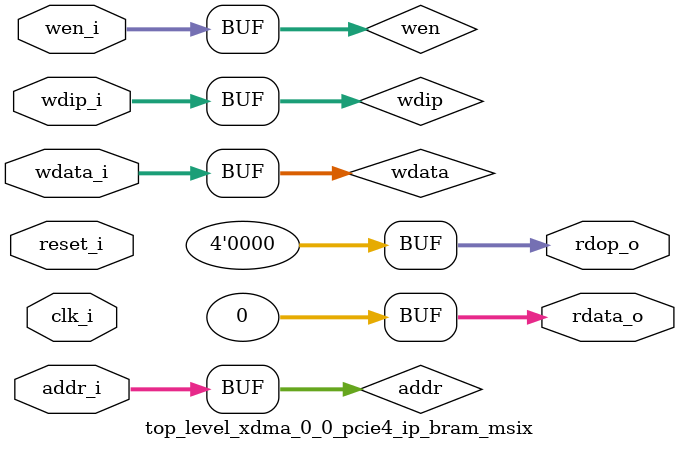
<source format=v>
`timescale 1ps/1ps

(* DowngradeIPIdentifiedWarnings = "yes" *)
module top_level_xdma_0_0_pcie4_ip_bram_msix #(

  parameter           TCQ = 100
, parameter           TO_RAM_PIPELINE="FALSE"
, parameter           FROM_RAM_PIPELINE="FALSE"
, parameter           MSIX_CAP_TABLE_SIZE=11'h0
, parameter           MSIX_TABLE_RAM_ENABLE="FALSE"

  ) (

  input  wire         clk_i,
  input  wire         reset_i,

  input  wire  [12:0] addr_i,
  input  wire  [31:0] wdata_i,
  input  wire   [3:0] wdip_i,
  input  wire   [3:0] wen_i,
  output wire  [31:0] rdata_o,
  output wire   [3:0] rdop_o

  );

  // WIP : Use Total number of functions (PFs + VFs) to calculate the NUM_BRAM_4K
  localparam integer NUM_BRAM_4K = (MSIX_TABLE_RAM_ENABLE == "TRUE") ? 8 : 0 ;
 

  reg          [12:0] addr;
  reg          [12:0] addr_p0;
  reg          [12:0] addr_p1;
  reg          [31:0] wdata;
  reg           [3:0] wdip;
  reg           [3:0] wen;
  reg          [31:0] reg_rdata;
  reg           [3:0] reg_rdop;
  wire         [31:0] rdata;
  wire          [3:0] rdop;
  genvar              i;
  wire    [(8*4)-1:0] bram_4k_wen;
  wire   [(8*32)-1:0] rdata_t;
  wire    [(8*4)-1:0] rdop_t;

  //
  // Optional input pipe stages
  //
  generate

    if (TO_RAM_PIPELINE == "TRUE") begin : TORAMPIPELINE

      always @(posedge clk_i) begin
     
        if (reset_i) begin

          addr <= #(TCQ) 13'b0;
          wdata <= #(TCQ) 32'b0;
          wdip <= #(TCQ) 4'b0;
          wen <= #(TCQ) 4'b0;

        end else begin

          addr <= #(TCQ) addr_i;
          wdata <= #(TCQ) wdata_i;
          wdip <= #(TCQ) wdip_i;
          wen <= #(TCQ) wen_i;

        end

      end

    end else begin : NOTORAMPIPELINE

      always @(*) begin

          addr = addr_i;
          wdata = wdata_i;
          wdip = wdip_i;
          wen = wen_i;

      end


    end

  endgenerate

  // 
  // Address pipeline
  //
  always @(posedge clk_i) begin
     
    if (reset_i) begin

      addr_p0 <= #(TCQ) 13'b0;
      addr_p1 <= #(TCQ) 13'b0;

    end else begin

      addr_p0 <= #(TCQ) addr;
      addr_p1 <= #(TCQ) addr_p0;

    end

  end

  //
  // Optional output pipe stages
  //
  generate

    if (FROM_RAM_PIPELINE == "TRUE") begin : FRMRAMPIPELINE


      always @(posedge clk_i) begin
     
        if (reset_i) begin

          reg_rdata <= #(TCQ) 32'b0;
          reg_rdop <= #(TCQ) 4'b0;

        end else begin

          case (addr_p1[12:10]) 
            3'b000 : begin
              reg_rdata <= #(TCQ) rdata_t[(32*(0))+31:(32*(0))+0];
              reg_rdop <= #(TCQ) rdop_t[(4*(0))+3:(4*(0))+0];
            end
            3'b001 : begin
              reg_rdata <= #(TCQ) rdata_t[(32*(1))+31:(32*(1))+0];
              reg_rdop <= #(TCQ) rdop_t[(4*(1))+3:(4*(1))+0];
            end
            3'b010 : begin
              reg_rdata <= #(TCQ) rdata_t[(32*(2))+31:(32*(2))+0];
              reg_rdop <= #(TCQ) rdop_t[(4*(2))+3:(4*(2))+0];
            end
            3'b011 : begin
              reg_rdata <= #(TCQ) rdata_t[(32*(3))+31:(32*(3))+0];
              reg_rdop <= #(TCQ) rdop_t[(4*(3))+3:(4*(3))+0];
            end
            3'b100 : begin
              reg_rdata <= #(TCQ) rdata_t[(32*(4))+31:(32*(4))+0];
              reg_rdop <= #(TCQ) rdop_t[(4*(4))+3:(4*(4))+0];
            end
            3'b101 : begin
              reg_rdata <= #(TCQ) rdata_t[(32*(5))+31:(32*(5))+0];
              reg_rdop <= #(TCQ) rdop_t[(4*(5))+3:(4*(5))+0];
            end
            3'b110 : begin
              reg_rdata <= #(TCQ) rdata_t[(32*(6))+31:(32*(6))+0];
              reg_rdop <= #(TCQ) rdop_t[(4*(6))+3:(4*(6))+0];
            end
            3'b111 : begin
              reg_rdata <= #(TCQ) rdata_t[(32*(7))+31:(32*(7))+0];
              reg_rdop <= #(TCQ) rdop_t[(4*(7))+3:(4*(7))+0];
            end
          endcase

        end

      end

    end else begin : NOFRMRAMPIPELINE

      always @(*) begin

          case (addr_p1[12:10]) 
            3'b000 : begin
              reg_rdata <= #(TCQ) rdata_t[(32*(0))+31:(32*(0))+0];
              reg_rdop <= #(TCQ) rdop_t[(4*(0))+3:(4*(0))+0];
            end
            3'b001 : begin
              reg_rdata <= #(TCQ) rdata_t[(32*(1))+31:(32*(1))+0];
              reg_rdop <= #(TCQ) rdop_t[(4*(1))+3:(4*(1))+0];
            end
            3'b010 : begin
              reg_rdata <= #(TCQ) rdata_t[(32*(2))+31:(32*(2))+0];
              reg_rdop <= #(TCQ) rdop_t[(4*(2))+3:(4*(2))+0];
            end
            3'b011 : begin
              reg_rdata <= #(TCQ) rdata_t[(32*(3))+31:(32*(3))+0];
              reg_rdop <= #(TCQ) rdop_t[(4*(3))+3:(4*(3))+0];
            end
            3'b100 : begin
              reg_rdata <= #(TCQ) rdata_t[(32*(4))+31:(32*(4))+0];
              reg_rdop <= #(TCQ) rdop_t[(4*(4))+3:(4*(4))+0];
            end
            3'b101 : begin
              reg_rdata <= #(TCQ) rdata_t[(32*(5))+31:(32*(5))+0];
              reg_rdop <= #(TCQ) rdop_t[(4*(5))+3:(4*(5))+0];
            end
            3'b110 : begin
              reg_rdata <= #(TCQ) rdata_t[(32*(6))+31:(32*(6))+0];
              reg_rdop <= #(TCQ) rdop_t[(4*(6))+3:(4*(6))+0];
            end
            3'b111 : begin
              reg_rdata <= #(TCQ) rdata_t[(32*(7))+31:(32*(7))+0];
              reg_rdop <= #(TCQ) rdop_t[(4*(7))+3:(4*(7))+0];
            end
          endcase

      end

    end
  
  endgenerate

  assign rdata_o = (MSIX_TABLE_RAM_ENABLE == "TRUE") ?  reg_rdata : 32'h0;
  assign rdop_o = (MSIX_TABLE_RAM_ENABLE == "TRUE") ? reg_rdop : 4'h0;

  generate 
  
    for (i=0; i<NUM_BRAM_4K; i=i+1) begin : BRAM4K

      top_level_xdma_0_0_pcie4_ip_bram_4k_int #(
          .TCQ(TCQ)
        )
        bram_4k_int (
    
          .clk_i (clk_i),
          .reset_i (reset_i),
    
          .addr_i(addr[9:0]),
          .wdata_i(wdata),
          .wdip_i(wdip),
          .wen_i(bram_4k_wen[(4*(i))+3:(4*(i))+0]),
          .rdata_o(rdata_t[(32*i)+31:(32*i)+0]),
          .rdop_o(rdop_t[(4*i)+3:(4*i)+0]),
          .baddr_i(10'b0),
          .brdata_o()

      );
      assign bram_4k_wen[(4*(i))+3:(4*(i))+0] = wen & {4{(i == addr[12:10])}};  
      
    end

  endgenerate

endmodule

</source>
